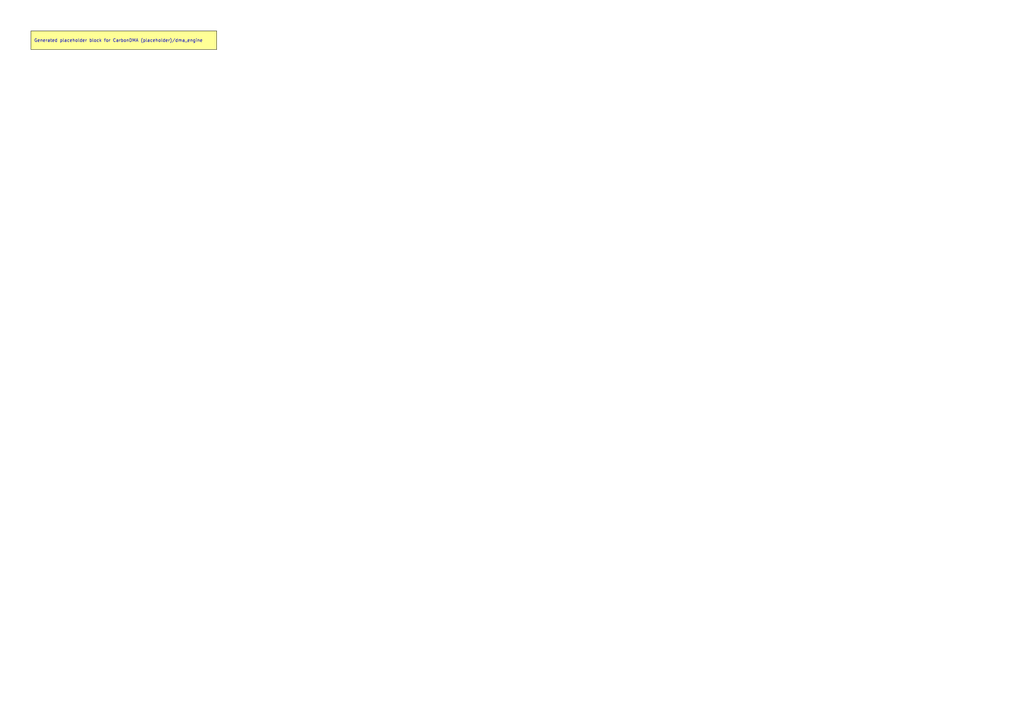
<source format=kicad_sch>
(kicad_sch
	(version 20250114)
	(generator "kicadgen")
	(generator_version "0.2")
	(uuid "5816a8f8-a881-5896-872f-96c995a06bc2")
	(paper "A3")
	(title_block
		(title "CarbonDMA (placeholder)::dma_engine")
		(company "Project Carbon")
		(comment 1 "Generated - do not edit in generated/")
		(comment 2 "Edit in schem/kicad9/manual/ or refine mapping specs")
	)
	(lib_symbols)
	(text_box
		"Generated placeholder block for CarbonDMA (placeholder)/dma_engine"
		(exclude_from_sim no)
		(at
			12.7
			12.7
			0
		)
		(size 76.2 7.62)
		(margins
			1.27
			1.27
			1.27
			1.27
		)
		(stroke
			(width 0)
			(type default)
			(color
				0
				0
				0
				1
			)
		)
		(fill
			(type color)
			(color
				255
				255
				150
				1
			)
		)
		(effects
			(font
				(size 1.27 1.27)
			)
			(justify left)
		)
		(uuid "08ec18b4-9010-5f53-95ee-37272030c2d2")
	)
	(sheet_instances
		(path
			"/"
			(page "1")
		)
	)
	(embedded_fonts no)
)

</source>
